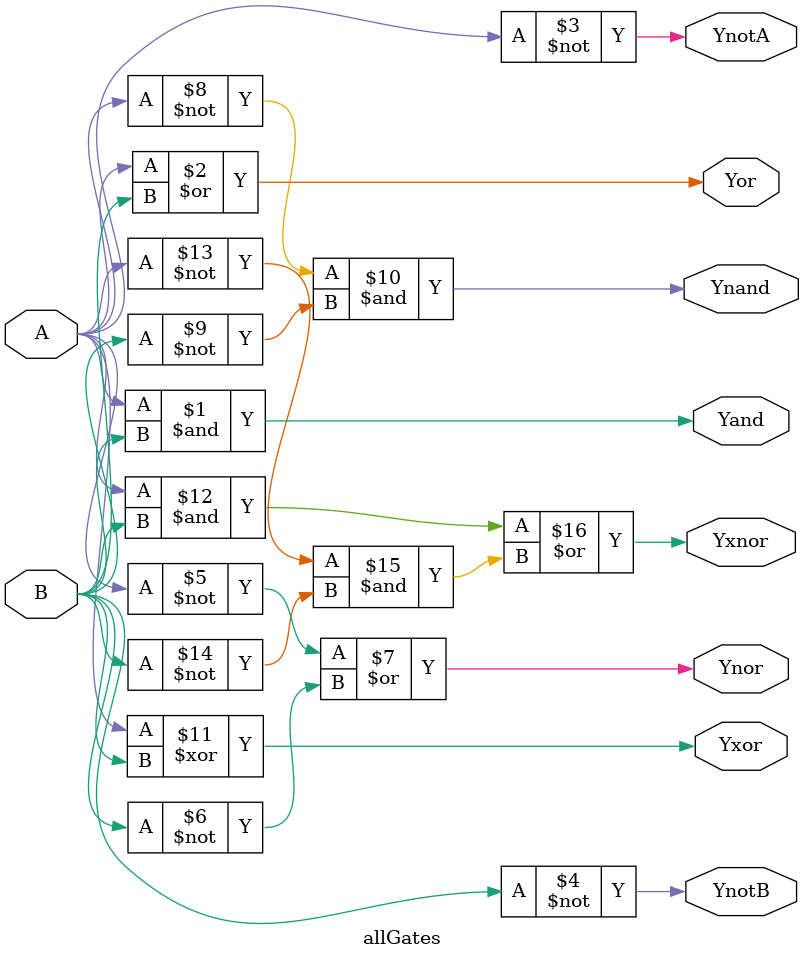
<source format=v>
module allGates (A,B,Yand,Yor,YnotA,YnotB,Ynor,Ynand,Yxor,Yxnor);
  input A,B;
  output Yand,Yor,YnotA,YnotB,Ynor,Ynand,Yxor,Yxnor;
  
  assign Yand = A & B;
  assign Yor = A|B;
  assign YnotA = (~A);
  assign YnotB = (~B);
  assign Ynor = (~A)|(~B); // ~(a|b)
  assign Ynand =(~A)&(~B);// ~(a&b)
  assign Yxor = A ^ B;
  assign Yxnor = (A&B)|((~A)&(~B)); // ~(a^b);
endmodule

</source>
